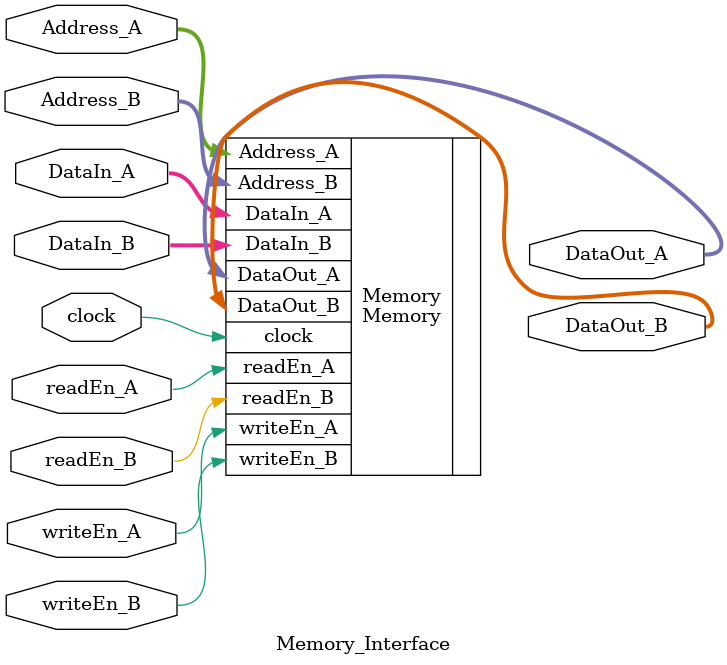
<source format=sv>
`timescale 1ns / 1ps


module Memory_Interface#(
parameter DataWidth=32,
parameter AddrWidth=10
)
(
        input  clock,
        input  readEn_A,readEn_B,                               //A is Instruction Memory
        input  writeEn_A,writeEn_B,                             //B is Data Memory
        input  [DataWidth-1:0]DataIn_A,DataIn_B,
        input  [AddrWidth-1:0]Address_A,Address_B,
        output logic [DataWidth-1:0]DataOut_A,DataOut_B
);

Memory #(DataWidth,AddrWidth) Memory
(
    .clock(clock),
    .readEn_A(readEn_A),
    .readEn_B(readEn_B),
    .writeEn_A(writeEn_A),
    .writeEn_B(writeEn_B),
    .DataIn_A(DataIn_A),
    .DataIn_B(DataIn_B),
    .Address_A(Address_A),
    .Address_B(Address_B),
    .DataOut_A(DataOut_A),
    .DataOut_B(DataOut_B)
);

endmodule:Memory_Interface

</source>
